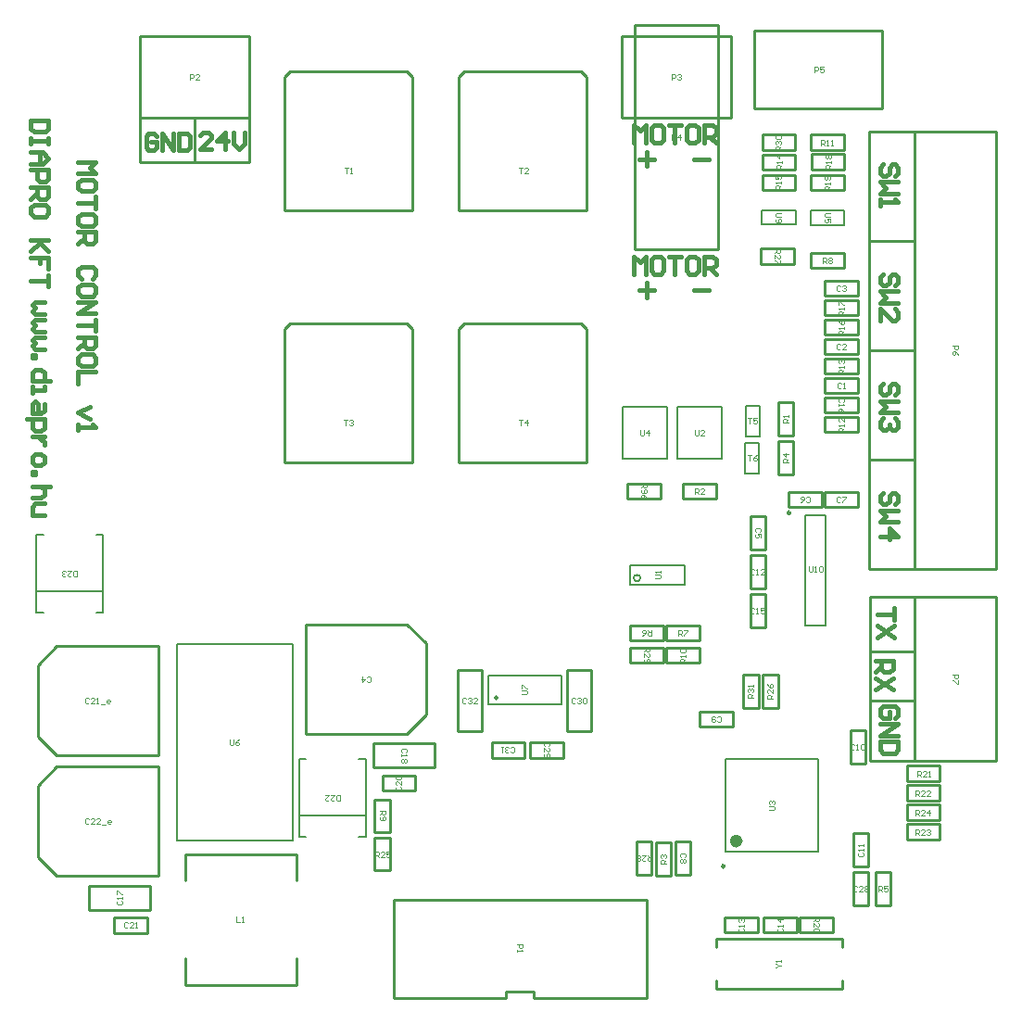
<source format=gto>
%FSTAX24Y24*%
%MOIN*%
G70*
G01*
G75*
G04 Layer_Color=65535*
%ADD10R,0.2200X0.0900*%
%ADD11R,0.0315X0.0374*%
%ADD12R,0.0551X0.1181*%
%ADD13R,0.3937X0.3937*%
%ADD14R,0.1575X0.2165*%
%ADD15R,0.0374X0.1004*%
%ADD16R,0.1299X0.1004*%
%ADD17R,0.0374X0.0315*%
%ADD18R,0.0630X0.0630*%
%ADD19R,0.0630X0.0630*%
%ADD20R,0.1575X0.0591*%
%ADD21R,0.1500X0.1100*%
%ADD22R,0.0394X0.1300*%
%ADD23R,0.4300X0.4500*%
%ADD24O,0.0236X0.0945*%
%ADD25R,0.0236X0.0945*%
%ADD26O,0.0709X0.0118*%
%ADD27O,0.0118X0.0709*%
G04:AMPARAMS|DCode=28|XSize=59.1mil|YSize=39.4mil|CornerRadius=0mil|HoleSize=0mil|Usage=FLASHONLY|Rotation=90.000|XOffset=0mil|YOffset=0mil|HoleType=Round|Shape=Octagon|*
%AMOCTAGOND28*
4,1,8,0.0098,0.0295,-0.0098,0.0295,-0.0197,0.0197,-0.0197,-0.0197,-0.0098,-0.0295,0.0098,-0.0295,0.0197,-0.0197,0.0197,0.0197,0.0098,0.0295,0.0*
%
%ADD28OCTAGOND28*%

%ADD29R,0.0394X0.0591*%
%ADD30R,0.0472X0.0256*%
G04:AMPARAMS|DCode=31|XSize=21.7mil|YSize=47.2mil|CornerRadius=0mil|HoleSize=0mil|Usage=FLASHONLY|Rotation=0.000|XOffset=0mil|YOffset=0mil|HoleType=Round|Shape=Octagon|*
%AMOCTAGOND31*
4,1,8,-0.0054,0.0236,0.0054,0.0236,0.0108,0.0182,0.0108,-0.0182,0.0054,-0.0236,-0.0054,-0.0236,-0.0108,-0.0182,-0.0108,0.0182,-0.0054,0.0236,0.0*
%
%ADD31OCTAGOND31*%

%ADD32R,0.0217X0.0472*%
%ADD33R,0.0866X0.0236*%
%ADD34O,0.0866X0.0236*%
%ADD35C,0.0100*%
%ADD36C,0.0200*%
%ADD37C,0.0550*%
%ADD38C,0.0600*%
%ADD39C,0.0250*%
%ADD40C,0.0300*%
%ADD41C,0.0400*%
%ADD42C,0.2362*%
%ADD43C,0.0984*%
%ADD44R,0.0551X0.0551*%
%ADD45C,0.0551*%
%ADD46C,0.1181*%
%ADD47C,0.0700*%
%ADD48C,0.0320*%
%ADD49C,0.0500*%
%ADD50C,0.0098*%
%ADD51C,0.0079*%
%ADD52C,0.0236*%
%ADD53C,0.0050*%
%ADD54C,0.0040*%
%ADD55C,0.0157*%
D35*
X017323Y046555D02*
X02126D01*
X017323D02*
Y04813D01*
X019291Y046555D02*
Y04813D01*
X02126Y046555D02*
Y04813D01*
X043602Y025D02*
Y030906D01*
Y027165D02*
X045177D01*
X043602Y025D02*
X045177D01*
X043602Y028937D02*
X045177D01*
X043602Y030906D02*
X045177D01*
X044743Y035827D02*
X045137D01*
X043562Y03189D02*
X045137D01*
X043562Y039764D02*
X045177D01*
X043562Y047638D02*
X045137D01*
X043562Y043701D02*
X045137D01*
X043562Y03189D02*
Y047638D01*
Y035827D02*
X044743D01*
X038046Y0183D02*
Y0186D01*
Y0168D02*
Y0171D01*
X042596Y0168D02*
Y0171D01*
Y0183D02*
Y0186D01*
X038046Y0168D02*
X042596D01*
X038046Y0186D02*
X042596D01*
X041059Y018824D02*
Y019376D01*
Y018824D02*
X042241D01*
Y019376D01*
X041059D02*
X042241D01*
X039759Y018824D02*
X040941D01*
X039759D02*
Y019376D01*
X040941D01*
Y018824D02*
Y019376D01*
X038359Y018824D02*
X039541D01*
X038359D02*
Y019376D01*
X039541D01*
Y018824D02*
Y019376D01*
X022956Y020691D02*
Y021291D01*
X018956Y020691D02*
Y021291D01*
Y016941D02*
Y017891D01*
X022956Y016941D02*
Y017891D01*
X018956Y021654D02*
X022956D01*
X018956Y016929D02*
X022956D01*
X018956Y020691D02*
Y021641D01*
X022956Y020691D02*
Y021641D01*
X025767Y021063D02*
X026318D01*
Y022244D01*
X025767D02*
X026318D01*
X025767Y021063D02*
Y022244D01*
Y023622D02*
X026318D01*
X025767Y022441D02*
Y023622D01*
Y022441D02*
X026318D01*
Y023622D01*
X028759Y026063D02*
X029625D01*
Y028268D01*
X028759D02*
X029625D01*
X028759Y026063D02*
Y028268D01*
X029979Y025118D02*
X03116D01*
X029979D02*
Y025669D01*
X03116D01*
Y025118D02*
Y025669D01*
X032696Y026063D02*
X033562D01*
Y028268D01*
X032696D02*
X033562D01*
X032696Y026063D02*
Y028268D01*
X031357Y025669D02*
X032538D01*
Y025118D02*
Y025669D01*
X031357Y025118D02*
X032538D01*
X031357D02*
Y025669D01*
X016396Y01937D02*
X017578D01*
Y018819D02*
Y01937D01*
X016396Y018819D02*
X017578D01*
X016396D02*
Y01937D01*
X026042Y023937D02*
X027223D01*
X026042D02*
Y024488D01*
X027223D01*
Y023937D02*
Y024488D01*
X025727Y02563D02*
X027932D01*
Y024764D02*
Y02563D01*
X025727Y024764D02*
X027932D01*
X025727D02*
Y02563D01*
X015491Y019646D02*
X017696D01*
X015491D02*
Y020512D01*
X017696D01*
Y019646D02*
Y020512D01*
X026928Y025984D02*
X027617Y026673D01*
X023286Y025984D02*
X026928D01*
X023286Y029921D02*
X026928D01*
X027617Y029232D01*
Y026673D02*
Y029232D01*
X023286Y025984D02*
Y029921D01*
X013641Y024114D02*
X01433Y024803D01*
X017971D01*
X01433Y020866D02*
X017971D01*
X013641Y021555D02*
X01433Y020866D01*
X013641Y021555D02*
Y024114D01*
X017971Y020866D02*
Y024803D01*
X036574Y022091D02*
X037126D01*
X036574Y020909D02*
Y022091D01*
Y020909D02*
X037126D01*
Y022091D01*
X038641Y026224D02*
Y026776D01*
X037459D02*
X038641D01*
X037459Y026224D02*
Y026776D01*
Y026224D02*
X038641D01*
X042874Y024909D02*
X043426D01*
Y026091D01*
X042874D02*
X043426D01*
X042874Y024909D02*
Y026091D01*
X042974Y021209D02*
X043526D01*
Y022391D01*
X042974D02*
X043526D01*
X042974Y021209D02*
Y022391D01*
Y019809D02*
X043526D01*
Y020991D01*
X042974D02*
X043526D01*
X042974Y019809D02*
Y020991D01*
X036259Y029876D02*
X037441D01*
Y029324D02*
Y029876D01*
X036259Y029324D02*
X037441D01*
X036259D02*
Y029876D01*
X043774Y019809D02*
Y020991D01*
X044326D01*
Y019809D02*
Y020991D01*
X043774Y019809D02*
X044326D01*
X022503Y044807D02*
X027103D01*
X022503D02*
Y049607D01*
X022703Y049807D01*
X027103Y044807D02*
Y049607D01*
X026903Y049807D02*
X027103Y049607D01*
X022703Y049807D02*
X026903D01*
X028802Y044807D02*
X033402D01*
X028802D02*
Y049607D01*
X029002Y049807D01*
X033402Y044807D02*
Y049607D01*
X033202Y049807D02*
X033402Y049607D01*
X029002Y049807D02*
X033202D01*
X022503Y035752D02*
X027103D01*
X022503D02*
Y040552D01*
X022703Y040752D01*
X027103Y035752D02*
Y040552D01*
X026903Y040752D02*
X027103Y040552D01*
X022703Y040752D02*
X026903D01*
X028802Y035752D02*
X033402D01*
X028802D02*
Y040552D01*
X029002Y040752D01*
X033402Y035752D02*
Y040552D01*
X033202Y040752D02*
X033402Y040552D01*
X029002Y040752D02*
X033202D01*
X040274Y036709D02*
Y037891D01*
X040826D01*
Y036709D02*
Y037891D01*
X040274Y036709D02*
X040826D01*
X017323Y051083D02*
X02126D01*
Y04813D02*
Y051083D01*
X017323Y04813D02*
X02126D01*
X017323D02*
Y051083D01*
X034646D02*
X038583D01*
Y04813D02*
Y051083D01*
X034646Y04813D02*
X038583D01*
X034646D02*
Y051083D01*
X036859Y034976D02*
X038041D01*
Y034424D02*
Y034976D01*
X036859Y034424D02*
X038041D01*
X036859D02*
Y034976D01*
X035874Y020879D02*
Y022061D01*
X036426D01*
Y020879D02*
Y022061D01*
X035874Y020879D02*
X036426D01*
X040274Y035309D02*
Y036491D01*
X040826D01*
Y035309D02*
Y036491D01*
X040274Y035309D02*
X040826D01*
X034959Y029324D02*
X036141D01*
X034959D02*
Y029876D01*
X036141D01*
Y029324D02*
Y029876D01*
X035726Y020909D02*
Y022091D01*
X035174Y020909D02*
X035726D01*
X035174D02*
Y022091D01*
X035726D01*
X036259Y028524D02*
X037441D01*
X036259D02*
Y029076D01*
X037441D01*
Y028524D02*
Y029076D01*
X034859Y034976D02*
X036041D01*
Y034424D02*
Y034976D01*
X034859Y034424D02*
X036041D01*
X034859D02*
Y034976D01*
X041959Y038224D02*
Y038776D01*
Y038224D02*
X043141D01*
Y038776D01*
X041959D02*
X043141D01*
X041959Y039624D02*
Y040176D01*
Y039624D02*
X043141D01*
Y040176D01*
X041959D02*
X043141D01*
X041959Y041724D02*
Y042276D01*
Y041724D02*
X043141D01*
Y042276D01*
X041959D02*
X043141D01*
X041959Y037524D02*
Y038076D01*
Y037524D02*
X043141D01*
Y038076D01*
X041959D02*
X043141D01*
X044032Y048469D02*
Y051269D01*
X039432D02*
X044032D01*
X039432Y048469D02*
Y051269D01*
Y048469D02*
X044032D01*
X041459Y047526D02*
X042641D01*
Y046974D02*
Y047526D01*
X041459Y046974D02*
X042641D01*
X041459D02*
Y047526D01*
X041959Y036824D02*
X043141D01*
X041959D02*
Y037376D01*
X043141D01*
Y036824D02*
Y037376D01*
X041959Y038924D02*
X043141D01*
X041959D02*
Y039476D01*
X043141D01*
Y038924D02*
Y039476D01*
X039719Y046264D02*
X040901D01*
X039719D02*
Y046816D01*
X040901D01*
Y046264D02*
Y046816D01*
X039709Y045534D02*
X040891D01*
X039709D02*
Y046086D01*
X040891D01*
Y045534D02*
Y046086D01*
X041959Y040324D02*
X043141D01*
X041959D02*
Y040876D01*
X043141D01*
Y040324D02*
Y040876D01*
X041959Y041024D02*
X043141D01*
X041959D02*
Y041576D01*
X043141D01*
Y041024D02*
Y041576D01*
X041479Y046274D02*
X042661D01*
X041479D02*
Y046826D01*
X042661D01*
Y046274D02*
Y046826D01*
X041469Y045524D02*
X042651D01*
X041469D02*
Y046076D01*
X042651D01*
Y045524D02*
Y046076D01*
X039709Y046974D02*
X040891D01*
X039709D02*
Y047526D01*
X040891D01*
Y046974D02*
Y047526D01*
X041959Y034124D02*
Y034676D01*
Y034124D02*
X043141D01*
Y034676D01*
X041959D02*
X043141D01*
X045177Y047638D02*
X04813D01*
X045177Y03189D02*
Y047638D01*
Y03189D02*
X04813D01*
Y047638D01*
X035104Y051464D02*
X038124D01*
Y043414D02*
Y051464D01*
X035104Y043414D02*
X038124D01*
X035104D02*
Y051464D01*
X04813Y025D02*
Y030906D01*
X045177Y025D02*
X04813D01*
X045177D02*
Y030906D01*
X04813D01*
X017971Y025197D02*
Y029134D01*
X013641Y025886D02*
Y028445D01*
Y025886D02*
X01433Y025197D01*
X017971D01*
X01433Y029134D02*
X017971D01*
X013641Y028445D02*
X01433Y029134D01*
X039274Y033791D02*
X039826D01*
X039274Y032609D02*
Y033791D01*
Y032609D02*
X039826D01*
Y033791D01*
X041841Y034124D02*
Y034676D01*
X040659D02*
X041841D01*
X040659Y034124D02*
Y034676D01*
Y034124D02*
X041841D01*
X039274Y031209D02*
X039826D01*
Y032391D01*
X039274D02*
X039826D01*
X039274Y031209D02*
Y032391D01*
Y029809D02*
X039826D01*
Y030991D01*
X039274D02*
X039826D01*
X039274Y029809D02*
Y030991D01*
X041459Y043276D02*
X042641D01*
Y042724D02*
Y043276D01*
X041459Y042724D02*
X042641D01*
X041459D02*
Y043276D01*
X039659Y043426D02*
X040841D01*
Y042874D02*
Y043426D01*
X039659Y042874D02*
X040841D01*
X039659D02*
Y043426D01*
X034959Y029076D02*
X036141D01*
Y028524D02*
Y029076D01*
X034959Y028524D02*
X036141D01*
X034959D02*
Y029076D01*
X039024Y026909D02*
Y028091D01*
X039576D01*
Y026909D02*
Y028091D01*
X039024Y026909D02*
X039576D01*
X039724D02*
Y028091D01*
X040276D01*
Y026909D02*
Y028091D01*
X039724Y026909D02*
X040276D01*
X044909Y024826D02*
X046091D01*
Y024274D02*
Y024826D01*
X044909Y024274D02*
X046091D01*
X044909D02*
Y024826D01*
Y024126D02*
X046091D01*
Y023574D02*
Y024126D01*
X044909Y023574D02*
X046091D01*
X044909D02*
Y024126D01*
Y023426D02*
X046091D01*
Y022874D02*
Y023426D01*
X044909Y022874D02*
X046091D01*
X044909D02*
Y023426D01*
Y022726D02*
X046091D01*
Y022174D02*
Y022726D01*
X044909Y022174D02*
X046091D01*
X044909D02*
Y022726D01*
X031495Y016467D02*
X035545D01*
X031495D02*
Y016717D01*
X030495D02*
X031495D01*
X030495Y016467D02*
Y016717D01*
X026445Y016467D02*
X030495D01*
X026445D02*
Y020017D01*
X035545D01*
Y016467D02*
Y020017D01*
D50*
X030186Y027274D02*
G03*
X030186Y027274I-000049J0D01*
G01*
X038347Y021215D02*
G03*
X038347Y021215I-000049J0D01*
G01*
X04072Y033928D02*
G03*
X04072Y033928I-000049J0D01*
G01*
D51*
X03532Y031582D02*
G03*
X03532Y031582I-000118J0D01*
G01*
X022814Y022146D02*
Y029213D01*
X018641Y022146D02*
Y029213D01*
Y022146D02*
X022814D01*
X018641Y029213D02*
X022814D01*
X029841Y027047D02*
X032479D01*
X029841Y028071D02*
X032479D01*
X029841Y027047D02*
Y028071D01*
X032479Y027047D02*
Y028071D01*
X036934Y031346D02*
Y032054D01*
X034966Y031346D02*
Y032054D01*
X036934D01*
X034966Y031346D02*
X036934D01*
X041723Y021727D02*
Y025073D01*
X038377Y021727D02*
Y025073D01*
X041723D01*
X038377Y021727D02*
X041723D01*
X036669Y037741D02*
X038249D01*
Y035881D02*
Y037741D01*
X036669Y035881D02*
X038249D01*
X036669D02*
Y037741D01*
X034701Y037741D02*
X036281D01*
Y035881D02*
Y037741D01*
X034701Y035881D02*
X036281D01*
X034701D02*
Y037741D01*
X03912Y037782D02*
X03962D01*
X03912Y036679D02*
X03962D01*
X03912D02*
Y037782D01*
X03962Y036679D02*
Y037782D01*
X0391Y036451D02*
X0396D01*
X0391Y035349D02*
X0396D01*
X0391D02*
Y036451D01*
X0396Y035349D02*
Y036451D01*
X042661Y044289D02*
Y04479D01*
X04144Y044289D02*
Y04479D01*
X042661D01*
X04144Y044289D02*
X042661D01*
X04091Y0443D02*
Y0448D01*
X03969Y0443D02*
Y0448D01*
X04091D01*
X03969Y0443D02*
X04091D01*
X041261Y030361D02*
Y033833D01*
X041995Y029861D02*
Y033833D01*
X041261D02*
X041995D01*
X041261Y029861D02*
X041995D01*
X041261D02*
Y033333D01*
D52*
X038889Y02212D02*
G03*
X038889Y02212I-000118J0D01*
G01*
D53*
X013592Y031103D02*
X015992D01*
X015742Y030353D02*
X015992D01*
Y033153D01*
X015742D02*
X015992D01*
X013592D02*
X013842D01*
X013592Y030353D02*
Y033153D01*
Y030353D02*
X013842D01*
X02304Y023032D02*
X02544D01*
X02519Y022282D02*
X02544D01*
Y025082D01*
X02519D02*
X02544D01*
X02304D02*
X02329D01*
X02304Y022282D02*
Y025082D01*
Y022282D02*
X02329D01*
D54*
X03089Y0184D02*
X03109D01*
Y0183D01*
X031057Y018267D01*
X03099D01*
X030957Y0183D01*
Y0184D01*
X03089Y0182D02*
Y018133D01*
Y018167D01*
X03109D01*
X031057Y0182D01*
X04523Y02235D02*
Y02255D01*
X04533D01*
X045363Y022517D01*
Y02245D01*
X04533Y022417D01*
X04523D01*
X045297D02*
X045363Y02235D01*
X045563D02*
X04543D01*
X045563Y022483D01*
Y022517D01*
X04553Y02255D01*
X045463D01*
X04543Y022517D01*
X04563D02*
X045663Y02255D01*
X04573D01*
X045763Y022517D01*
Y022483D01*
X04573Y02245D01*
X045697D01*
X04573D01*
X045763Y022417D01*
Y022383D01*
X04573Y02235D01*
X045663D01*
X04563Y022383D01*
X04523Y02305D02*
Y02325D01*
X04533D01*
X045363Y023217D01*
Y02315D01*
X04533Y023117D01*
X04523D01*
X045297D02*
X045363Y02305D01*
X045563D02*
X04543D01*
X045563Y023183D01*
Y023217D01*
X04553Y02325D01*
X045463D01*
X04543Y023217D01*
X04573Y02305D02*
Y02325D01*
X04563Y02315D01*
X045763D01*
X04523Y02375D02*
Y02395D01*
X04533D01*
X045363Y023917D01*
Y02385D01*
X04533Y023817D01*
X04523D01*
X045297D02*
X045363Y02375D01*
X045563D02*
X04543D01*
X045563Y023883D01*
Y023917D01*
X04553Y02395D01*
X045463D01*
X04543Y023917D01*
X045763Y02375D02*
X04563D01*
X045763Y023883D01*
Y023917D01*
X04573Y02395D01*
X045663D01*
X04563Y023917D01*
X04527Y02445D02*
Y02465D01*
X04537D01*
X045403Y024617D01*
Y02455D01*
X04537Y024517D01*
X04527D01*
X045337D02*
X045403Y02445D01*
X045603D02*
X04547D01*
X045603Y024583D01*
Y024617D01*
X04557Y02465D01*
X045503D01*
X04547Y024617D01*
X04567Y02445D02*
X045737D01*
X045703D01*
Y02465D01*
X04567Y024617D01*
X0401Y02723D02*
X0399D01*
Y02733D01*
X039933Y027363D01*
X04D01*
X040033Y02733D01*
Y02723D01*
Y027297D02*
X0401Y027363D01*
Y027563D02*
Y02743D01*
X039967Y027563D01*
X039933D01*
X0399Y02753D01*
Y027463D01*
X039933Y02743D01*
X0399Y027763D02*
X039933Y027697D01*
X04Y02763D01*
X040067D01*
X0401Y027663D01*
Y02773D01*
X040067Y027763D01*
X040033D01*
X04Y02773D01*
Y02763D01*
X0394Y02727D02*
X0392D01*
Y02737D01*
X039233Y027403D01*
X0393D01*
X039333Y02737D01*
Y02727D01*
Y027337D02*
X0394Y027403D01*
X039233Y02747D02*
X0392Y027503D01*
Y02757D01*
X039233Y027603D01*
X039267D01*
X0393Y02757D01*
Y027537D01*
Y02757D01*
X039333Y027603D01*
X039367D01*
X0394Y02757D01*
Y027503D01*
X039367Y02747D01*
X0394Y02767D02*
Y027737D01*
Y027703D01*
X0392D01*
X039233Y02767D01*
X03545Y02907D02*
X03565D01*
Y02897D01*
X035617Y028937D01*
X03555D01*
X035517Y02897D01*
Y02907D01*
Y029003D02*
X03545Y028937D01*
Y028737D02*
Y02887D01*
X035583Y028737D01*
X035617D01*
X03565Y02877D01*
Y028837D01*
X035617Y02887D01*
X035483Y02867D02*
X03545Y028637D01*
Y02857D01*
X035483Y028537D01*
X035617D01*
X03565Y02857D01*
Y028637D01*
X035617Y02867D01*
X035583D01*
X03555Y028637D01*
Y028537D01*
X04015Y04342D02*
X04035D01*
Y04332D01*
X040317Y043287D01*
X04025D01*
X040217Y04332D01*
Y04342D01*
Y043353D02*
X04015Y043287D01*
Y043087D02*
Y04322D01*
X040283Y043087D01*
X040317D01*
X04035Y04312D01*
Y043187D01*
X040317Y04322D01*
X04035Y04302D02*
Y042887D01*
X040317D01*
X040183Y04302D01*
X04015D01*
X04188Y0429D02*
Y0431D01*
X04198D01*
X042013Y043067D01*
Y043D01*
X04198Y042967D01*
X04188D01*
X041947D02*
X042013Y0429D01*
X04208Y043067D02*
X042113Y0431D01*
X04218D01*
X042213Y043067D01*
Y043033D01*
X04218Y043D01*
X042213Y042967D01*
Y042933D01*
X04218Y0429D01*
X042113D01*
X04208Y042933D01*
Y042967D01*
X042113Y043D01*
X04208Y043033D01*
Y043067D01*
X042113Y043D02*
X04218D01*
X039433Y030467D02*
X0394Y0305D01*
X039333D01*
X0393Y030467D01*
Y030333D01*
X039333Y0303D01*
X0394D01*
X039433Y030333D01*
X0395Y0303D02*
X039567D01*
X039533D01*
Y0305D01*
X0395Y030467D01*
X0398Y0305D02*
X039667D01*
Y0304D01*
X039733Y030433D01*
X039767D01*
X0398Y0304D01*
Y030333D01*
X039767Y0303D01*
X0397D01*
X039667Y030333D01*
X039433Y031867D02*
X0394Y0319D01*
X039333D01*
X0393Y031867D01*
Y031733D01*
X039333Y0317D01*
X0394D01*
X039433Y031733D01*
X0395Y0317D02*
X039567D01*
X039533D01*
Y0319D01*
X0395Y031867D01*
X0398Y0317D02*
X039667D01*
X0398Y031833D01*
Y031867D01*
X039767Y0319D01*
X0397D01*
X039667Y031867D01*
X041287Y034333D02*
X04132Y0343D01*
X041387D01*
X04142Y034333D01*
Y034467D01*
X041387Y0345D01*
X04132D01*
X041287Y034467D01*
X041087Y0343D02*
X041153Y034333D01*
X04122Y0344D01*
Y034467D01*
X041187Y0345D01*
X04112D01*
X041087Y034467D01*
Y034433D01*
X04112Y0344D01*
X04122D01*
X039617Y033237D02*
X03965Y03327D01*
Y033337D01*
X039617Y03337D01*
X039483D01*
X03945Y033337D01*
Y03327D01*
X039483Y033237D01*
X03965Y033037D02*
Y03317D01*
X03955D01*
X039583Y033103D01*
Y03307D01*
X03955Y033037D01*
X039483D01*
X03945Y03307D01*
Y033137D01*
X039483Y03317D01*
X015493Y027247D02*
X01546Y02728D01*
X015393D01*
X01536Y027247D01*
Y027113D01*
X015393Y02708D01*
X01546D01*
X015493Y027113D01*
X015693Y02708D02*
X01556D01*
X015693Y027213D01*
Y027247D01*
X01566Y02728D01*
X015593D01*
X01556Y027247D01*
X01576Y02708D02*
X015827D01*
X015793D01*
Y02728D01*
X01576Y027247D01*
X015926Y027047D02*
X01606D01*
X016226Y02708D02*
X01616D01*
X016126Y027113D01*
Y02718D01*
X01616Y027213D01*
X016226D01*
X01626Y02718D01*
Y027147D01*
X016126D01*
X04655Y02812D02*
X04675D01*
Y02802D01*
X046717Y027987D01*
X04665D01*
X046617Y02802D01*
Y02812D01*
X04675Y02792D02*
Y027787D01*
X046717D01*
X046583Y02792D01*
X04655D01*
X03645Y04734D02*
Y04754D01*
X03655D01*
X036583Y047507D01*
Y04744D01*
X03655Y047407D01*
X03645D01*
X03675Y04734D02*
Y04754D01*
X03665Y04744D01*
X036783D01*
X04655Y03993D02*
X04675D01*
Y03983D01*
X046717Y039797D01*
X04665D01*
X046617Y03983D01*
Y03993D01*
X04675Y039597D02*
X046717Y039663D01*
X04665Y03973D01*
X046583D01*
X04655Y039697D01*
Y03963D01*
X046583Y039597D01*
X046617D01*
X04665Y03963D01*
Y03973D01*
X04137Y03202D02*
Y031853D01*
X041403Y03182D01*
X04147D01*
X041503Y031853D01*
Y03202D01*
X04157Y03182D02*
X041637D01*
X041603D01*
Y03202D01*
X04157Y031987D01*
X041737D02*
X04177Y03202D01*
X041837D01*
X04187Y031987D01*
Y031853D01*
X041837Y03182D01*
X04177D01*
X041737Y031853D01*
Y031987D01*
X042513Y034467D02*
X04248Y0345D01*
X042413D01*
X04238Y034467D01*
Y034333D01*
X042413Y0343D01*
X04248D01*
X042513Y034333D01*
X04258Y0345D02*
X042713D01*
Y034467D01*
X04258Y034333D01*
Y0343D01*
X0404Y04472D02*
X040233D01*
X0402Y044687D01*
Y04462D01*
X040233Y044587D01*
X0404D01*
X040233Y04452D02*
X0402Y044487D01*
Y04442D01*
X040233Y044387D01*
X040367D01*
X0404Y04442D01*
Y044487D01*
X040367Y04452D01*
X040333D01*
X0403Y044487D01*
Y044387D01*
X04215Y04471D02*
X041983D01*
X04195Y044677D01*
Y04461D01*
X041983Y044577D01*
X04215D01*
Y044377D02*
Y04451D01*
X04205D01*
X042083Y044443D01*
Y04441D01*
X04205Y044377D01*
X041983D01*
X04195Y04441D01*
Y044477D01*
X041983Y04451D01*
X0404Y04698D02*
X0402D01*
Y04708D01*
X040233Y047113D01*
X0403D01*
X040333Y04708D01*
Y04698D01*
Y047047D02*
X0404Y047113D01*
X040233Y04718D02*
X0402Y047213D01*
Y04728D01*
X040233Y047313D01*
X040267D01*
X0403Y04728D01*
Y047247D01*
Y04728D01*
X040333Y047313D01*
X040367D01*
X0404Y04728D01*
Y047213D01*
X040367Y04718D01*
X040233Y04738D02*
X0402Y047413D01*
Y04748D01*
X040233Y047513D01*
X040367D01*
X0404Y04748D01*
Y047413D01*
X040367Y04738D01*
X040233D01*
X04216Y04555D02*
X04196D01*
Y04565D01*
X041993Y045683D01*
X04206D01*
X042093Y04565D01*
Y04555D01*
Y045617D02*
X04216Y045683D01*
Y04575D02*
Y045817D01*
Y045783D01*
X04196D01*
X041993Y04575D01*
X042127Y045917D02*
X04216Y04595D01*
Y046017D01*
X042127Y04605D01*
X041993D01*
X04196Y046017D01*
Y04595D01*
X041993Y045917D01*
X042027D01*
X04206Y04595D01*
Y04605D01*
X04217Y0463D02*
X04197D01*
Y0464D01*
X042003Y046433D01*
X04207D01*
X042103Y0464D01*
Y0463D01*
Y046367D02*
X04217Y046433D01*
Y0465D02*
Y046567D01*
Y046533D01*
X04197D01*
X042003Y0465D01*
Y046667D02*
X04197Y0467D01*
Y046767D01*
X042003Y0468D01*
X042037D01*
X04207Y046767D01*
X042103Y0468D01*
X042137D01*
X04217Y046767D01*
Y0467D01*
X042137Y046667D01*
X042103D01*
X04207Y0467D01*
X042037Y046667D01*
X042003D01*
X04207Y0467D02*
Y046767D01*
X04265Y04105D02*
X04245D01*
Y04115D01*
X042483Y041183D01*
X04255D01*
X042583Y04115D01*
Y04105D01*
Y041117D02*
X04265Y041183D01*
Y04125D02*
Y041317D01*
Y041283D01*
X04245D01*
X042483Y04125D01*
X04245Y041417D02*
Y04155D01*
X042483D01*
X042617Y041417D01*
X04265D01*
Y04035D02*
X04245D01*
Y04045D01*
X042483Y040483D01*
X04255D01*
X042583Y04045D01*
Y04035D01*
Y040417D02*
X04265Y040483D01*
Y04055D02*
Y040617D01*
Y040583D01*
X04245D01*
X042483Y04055D01*
X04245Y04085D02*
X042483Y040783D01*
X04255Y040717D01*
X042617D01*
X04265Y04075D01*
Y040817D01*
X042617Y04085D01*
X042583D01*
X04255Y040817D01*
Y040717D01*
X0404Y04556D02*
X0402D01*
Y04566D01*
X040233Y045693D01*
X0403D01*
X040333Y04566D01*
Y04556D01*
Y045627D02*
X0404Y045693D01*
Y04576D02*
Y045827D01*
Y045793D01*
X0402D01*
X040233Y04576D01*
X0402Y04606D02*
Y045927D01*
X0403D01*
X040267Y045993D01*
Y046027D01*
X0403Y04606D01*
X040367D01*
X0404Y046027D01*
Y04596D01*
X040367Y045927D01*
X04041Y04629D02*
X04021D01*
Y04639D01*
X040243Y046423D01*
X04031D01*
X040343Y04639D01*
Y04629D01*
Y046357D02*
X04041Y046423D01*
Y04649D02*
Y046557D01*
Y046523D01*
X04021D01*
X040243Y04649D01*
X04041Y046757D02*
X04021D01*
X04031Y046657D01*
Y04679D01*
X04265Y03895D02*
X04245D01*
Y03905D01*
X042483Y039083D01*
X04255D01*
X042583Y03905D01*
Y03895D01*
Y039017D02*
X04265Y039083D01*
Y03915D02*
Y039217D01*
Y039183D01*
X04245D01*
X042483Y03915D01*
Y039317D02*
X04245Y03935D01*
Y039417D01*
X042483Y03945D01*
X042517D01*
X04255Y039417D01*
Y039383D01*
Y039417D01*
X042583Y03945D01*
X042617D01*
X04265Y039417D01*
Y03935D01*
X042617Y039317D01*
X04265Y03685D02*
X04245D01*
Y03695D01*
X042483Y036983D01*
X04255D01*
X042583Y03695D01*
Y03685D01*
Y036917D02*
X04265Y036983D01*
Y03705D02*
Y037117D01*
Y037083D01*
X04245D01*
X042483Y03705D01*
X04265Y03735D02*
Y037217D01*
X042517Y03735D01*
X042483D01*
X04245Y037317D01*
Y03725D01*
X042483Y037217D01*
X04183Y04715D02*
Y04735D01*
X04193D01*
X041963Y047317D01*
Y04725D01*
X04193Y047217D01*
X04183D01*
X041897D02*
X041963Y04715D01*
X04203D02*
X042097D01*
X042063D01*
Y04735D01*
X04203Y047317D01*
X042197Y04715D02*
X042263D01*
X04223D01*
Y04735D01*
X042197Y047317D01*
X04157Y04977D02*
Y04997D01*
X04167D01*
X041703Y049937D01*
Y04987D01*
X04167Y049837D01*
X04157D01*
X041903Y04997D02*
X04177D01*
Y04987D01*
X041837Y049903D01*
X04187D01*
X041903Y04987D01*
Y049803D01*
X04187Y04977D01*
X041803D01*
X04177Y049803D01*
X042617Y037917D02*
X04265Y03795D01*
Y038017D01*
X042617Y03805D01*
X042483D01*
X04245Y038017D01*
Y03795D01*
X042483Y037917D01*
X04245Y03785D02*
Y037783D01*
Y037817D01*
X04265D01*
X042617Y03785D01*
X04265Y03755D02*
X042617Y037617D01*
X04255Y037683D01*
X042483D01*
X04245Y03765D01*
Y037583D01*
X042483Y03755D01*
X042517D01*
X04255Y037583D01*
Y037683D01*
X042513Y042067D02*
X04248Y0421D01*
X042413D01*
X04238Y042067D01*
Y041933D01*
X042413Y0419D01*
X04248D01*
X042513Y041933D01*
X04258Y042067D02*
X042613Y0421D01*
X04268D01*
X042713Y042067D01*
Y042033D01*
X04268Y042D01*
X042647D01*
X04268D01*
X042713Y041967D01*
Y041933D01*
X04268Y0419D01*
X042613D01*
X04258Y041933D01*
X042513Y039967D02*
X04248Y04D01*
X042413D01*
X04238Y039967D01*
Y039833D01*
X042413Y0398D01*
X04248D01*
X042513Y039833D01*
X042713Y0398D02*
X04258D01*
X042713Y039933D01*
Y039967D01*
X04268Y04D01*
X042613D01*
X04258Y039967D01*
X042553Y038567D02*
X04252Y0386D01*
X042453D01*
X04242Y038567D01*
Y038433D01*
X042453Y0384D01*
X04252D01*
X042553Y038433D01*
X04262Y0384D02*
X042687D01*
X042653D01*
Y0386D01*
X04262Y038567D01*
X03918Y036D02*
X039313D01*
X039247D01*
Y0358D01*
X039513Y036D02*
X039447Y035967D01*
X03938Y0359D01*
Y035833D01*
X039413Y0358D01*
X03948D01*
X039513Y035833D01*
Y035867D01*
X03948Y0359D01*
X03938D01*
X0392Y03733D02*
X039333D01*
X039267D01*
Y03713D01*
X039533Y03733D02*
X0394D01*
Y03723D01*
X039467Y037263D01*
X0395D01*
X039533Y03723D01*
Y037163D01*
X0395Y03713D01*
X039433D01*
X0394Y037163D01*
X03535Y03497D02*
X03555D01*
Y03487D01*
X035517Y034837D01*
X03545D01*
X035417Y03487D01*
Y03497D01*
Y034903D02*
X03535Y034837D01*
X035383Y03477D02*
X03535Y034737D01*
Y03467D01*
X035383Y034637D01*
X035517D01*
X03555Y03467D01*
Y034737D01*
X035517Y03477D01*
X035483D01*
X03545Y034737D01*
Y034637D01*
X03555Y034437D02*
X035517Y034503D01*
X03545Y03457D01*
X035383D01*
X03535Y034537D01*
Y03447D01*
X035383Y034437D01*
X035417D01*
X03545Y03447D01*
Y03457D01*
X03695Y02855D02*
X03675D01*
Y02865D01*
X036783Y028683D01*
X03685D01*
X036883Y02865D01*
Y02855D01*
Y028617D02*
X03695Y028683D01*
Y02875D02*
Y028817D01*
Y028783D01*
X03675D01*
X036783Y02875D01*
Y028917D02*
X03675Y02895D01*
Y029017D01*
X036783Y02905D01*
X036917D01*
X03695Y029017D01*
Y02895D01*
X036917Y028917D01*
X036783D01*
X03572Y0216D02*
Y0214D01*
X03562D01*
X035587Y021433D01*
Y0215D01*
X03562Y021533D01*
X03572D01*
X035653D02*
X035587Y0216D01*
X035387D02*
X03552D01*
X035387Y021467D01*
Y021433D01*
X03542Y0214D01*
X035487D01*
X03552Y021433D01*
X03532D02*
X035287Y0214D01*
X03522D01*
X035187Y021433D01*
Y021467D01*
X03522Y0215D01*
X035187Y021533D01*
Y021567D01*
X03522Y0216D01*
X035287D01*
X03532Y021567D01*
Y021533D01*
X035287Y0215D01*
X03532Y021467D01*
Y021433D01*
X035287Y0215D02*
X03522D01*
X03572Y0297D02*
Y0295D01*
X03562D01*
X035587Y029533D01*
Y0296D01*
X03562Y029633D01*
X03572D01*
X035653D02*
X035587Y0297D01*
X035387Y0295D02*
X035453Y029533D01*
X03552Y0296D01*
Y029667D01*
X035487Y0297D01*
X03542D01*
X035387Y029667D01*
Y029633D01*
X03542Y0296D01*
X03552D01*
X04065Y03573D02*
X04045D01*
Y03583D01*
X040483Y035863D01*
X04055D01*
X040583Y03583D01*
Y03573D01*
Y035797D02*
X04065Y035863D01*
Y03603D02*
X04045D01*
X04055Y03593D01*
Y036063D01*
X03625Y0213D02*
X03605D01*
Y0214D01*
X036083Y021433D01*
X03615D01*
X036183Y0214D01*
Y0213D01*
Y021367D02*
X03625Y021433D01*
X036083Y0215D02*
X03605Y021533D01*
Y0216D01*
X036083Y021633D01*
X036117D01*
X03615Y0216D01*
Y021567D01*
Y0216D01*
X036183Y021633D01*
X036217D01*
X03625Y0216D01*
Y021533D01*
X036217Y0215D01*
X03728Y0346D02*
Y0348D01*
X03738D01*
X037413Y034767D01*
Y0347D01*
X03738Y034667D01*
X03728D01*
X037347D02*
X037413Y0346D01*
X037613D02*
X03748D01*
X037613Y034733D01*
Y034767D01*
X03758Y0348D01*
X037513D01*
X03748Y034767D01*
X03645Y04951D02*
Y04971D01*
X03655D01*
X036583Y049677D01*
Y04961D01*
X03655Y049577D01*
X03645D01*
X03665Y049677D02*
X036683Y04971D01*
X03675D01*
X036783Y049677D01*
Y049643D01*
X03675Y04961D01*
X036717D01*
X03675D01*
X036783Y049577D01*
Y049543D01*
X03675Y04951D01*
X036683D01*
X03665Y049543D01*
X01912Y04951D02*
Y04971D01*
X01922D01*
X019253Y049677D01*
Y04961D01*
X01922Y049577D01*
X01912D01*
X019453Y04951D02*
X01932D01*
X019453Y049643D01*
Y049677D01*
X01942Y04971D01*
X019353D01*
X01932Y049677D01*
X04065Y03717D02*
X04045D01*
Y03727D01*
X040483Y037303D01*
X04055D01*
X040583Y03727D01*
Y03717D01*
Y037237D02*
X04065Y037303D01*
Y03737D02*
Y037437D01*
Y037403D01*
X04045D01*
X040483Y03737D01*
X03532Y03691D02*
Y036743D01*
X035353Y03671D01*
X03542D01*
X035453Y036743D01*
Y03691D01*
X03562Y03671D02*
Y03691D01*
X03552Y03681D01*
X035653D01*
X03729Y03691D02*
Y036743D01*
X037323Y03671D01*
X03739D01*
X037423Y036743D01*
Y03691D01*
X037623Y03671D02*
X03749D01*
X037623Y036843D01*
Y036877D01*
X03759Y03691D01*
X037523D01*
X03749Y036877D01*
X03094Y03728D02*
X031073D01*
X031007D01*
Y03708D01*
X03124D02*
Y03728D01*
X03114Y03718D01*
X031273D01*
X02464Y03728D02*
X024773D01*
X024707D01*
Y03708D01*
X02484Y037247D02*
X024873Y03728D01*
X02494D01*
X024973Y037247D01*
Y037213D01*
X02494Y03718D01*
X024907D01*
X02494D01*
X024973Y037147D01*
Y037113D01*
X02494Y03708D01*
X024873D01*
X02484Y037113D01*
X03094Y04634D02*
X031073D01*
X031007D01*
Y04614D01*
X031273D02*
X03114D01*
X031273Y046273D01*
Y046307D01*
X03124Y04634D01*
X031173D01*
X03114Y046307D01*
X03995Y02323D02*
X040117D01*
X04015Y023263D01*
Y02333D01*
X040117Y023363D01*
X03995D01*
X039983Y02343D02*
X03995Y023463D01*
Y02353D01*
X039983Y023563D01*
X040017D01*
X04005Y02353D01*
Y023497D01*
Y02353D01*
X040083Y023563D01*
X040117D01*
X04015Y02353D01*
Y023463D01*
X040117Y02343D01*
X03585Y03157D02*
X036017D01*
X03605Y031603D01*
Y03167D01*
X036017Y031703D01*
X03585D01*
X03605Y03177D02*
Y031837D01*
Y031803D01*
X03585D01*
X035883Y03177D01*
X02467Y04634D02*
X024803D01*
X024737D01*
Y04614D01*
X02487D02*
X024937D01*
X024903D01*
Y04634D01*
X02487Y046307D01*
X04388Y0203D02*
Y0205D01*
X04398D01*
X044013Y020467D01*
Y0204D01*
X04398Y020367D01*
X04388D01*
X043947D02*
X044013Y0203D01*
X044213Y0205D02*
X04408D01*
Y0204D01*
X044147Y020433D01*
X04418D01*
X044213Y0204D01*
Y020333D01*
X04418Y0203D01*
X044113D01*
X04408Y020333D01*
X03668Y0295D02*
Y0297D01*
X03678D01*
X036813Y029667D01*
Y0296D01*
X03678Y029567D01*
X03668D01*
X036747D02*
X036813Y0295D01*
X03688Y0297D02*
X037013D01*
Y029667D01*
X03688Y029533D01*
Y0295D01*
X043113Y020467D02*
X04308Y0205D01*
X043013D01*
X04298Y020467D01*
Y020333D01*
X043013Y0203D01*
X04308D01*
X043113Y020333D01*
X043313Y0203D02*
X04318D01*
X043313Y020433D01*
Y020467D01*
X04328Y0205D01*
X043213D01*
X04318Y020467D01*
X04338D02*
X043413Y0205D01*
X04348D01*
X043513Y020467D01*
Y020433D01*
X04348Y0204D01*
X043513Y020367D01*
Y020333D01*
X04348Y0203D01*
X043413D01*
X04338Y020333D01*
Y020367D01*
X043413Y0204D01*
X04338Y020433D01*
Y020467D01*
X043413Y0204D02*
X04348D01*
X043183Y021713D02*
X04315Y02168D01*
Y021613D01*
X043183Y02158D01*
X043317D01*
X04335Y021613D01*
Y02168D01*
X043317Y021713D01*
X04335Y02178D02*
Y021847D01*
Y021813D01*
X04315D01*
X043183Y02178D01*
X04335Y021947D02*
Y022013D01*
Y02198D01*
X04315D01*
X043183Y021947D01*
X043033Y025567D02*
X043Y0256D01*
X042933D01*
X0429Y025567D01*
Y025433D01*
X042933Y0254D01*
X043D01*
X043033Y025433D01*
X0431Y0254D02*
X043167D01*
X043133D01*
Y0256D01*
X0431Y025567D01*
X043267D02*
X0433Y0256D01*
X043367D01*
X0434Y025567D01*
Y025433D01*
X043367Y0254D01*
X0433D01*
X043267Y025433D01*
Y025567D01*
X038087Y026433D02*
X03812Y0264D01*
X038187D01*
X03822Y026433D01*
Y026567D01*
X038187Y0266D01*
X03812D01*
X038087Y026567D01*
X03802D02*
X037987Y0266D01*
X03792D01*
X037887Y026567D01*
Y026433D01*
X03792Y0264D01*
X037987D01*
X03802Y026433D01*
Y026467D01*
X037987Y0265D01*
X037887D01*
X036917Y021537D02*
X03695Y02157D01*
Y021637D01*
X036917Y02167D01*
X036783D01*
X03675Y021637D01*
Y02157D01*
X036783Y021537D01*
X036917Y02147D02*
X03695Y021437D01*
Y02137D01*
X036917Y021337D01*
X036883D01*
X03685Y02137D01*
X036817Y021337D01*
X036783D01*
X03675Y02137D01*
Y021437D01*
X036783Y02147D01*
X036817D01*
X03685Y021437D01*
X036883Y02147D01*
X036917D01*
X03685Y021437D02*
Y02137D01*
X015473Y022917D02*
X01544Y02295D01*
X015373D01*
X01534Y022917D01*
Y022783D01*
X015373Y02275D01*
X01544D01*
X015473Y022783D01*
X015673Y02275D02*
X01554D01*
X015673Y022883D01*
Y022917D01*
X01564Y02295D01*
X015573D01*
X01554Y022917D01*
X015873Y02275D02*
X01574D01*
X015873Y022883D01*
Y022917D01*
X01584Y02295D01*
X015773D01*
X01574Y022917D01*
X01594Y022717D02*
X016073D01*
X01624Y02275D02*
X016173D01*
X01614Y022783D01*
Y02285D01*
X016173Y022883D01*
X01624D01*
X016273Y02285D01*
Y022817D01*
X01614D01*
X02451Y02356D02*
Y02376D01*
X02441D01*
X024377Y023727D01*
Y023593D01*
X02441Y02356D01*
X02451D01*
X024177Y02376D02*
X02431D01*
X024177Y023627D01*
Y023593D01*
X02421Y02356D01*
X024277D01*
X02431Y023593D01*
X023977Y02376D02*
X02411D01*
X023977Y023627D01*
Y023593D01*
X02401Y02356D01*
X024077D01*
X02411Y023593D01*
X01506Y03163D02*
Y03183D01*
X01496D01*
X014927Y031797D01*
Y031663D01*
X01496Y03163D01*
X01506D01*
X014727Y03183D02*
X01486D01*
X014727Y031697D01*
Y031663D01*
X01476Y03163D01*
X014827D01*
X01486Y031663D01*
X01466D02*
X014627Y03163D01*
X01456D01*
X014527Y031663D01*
Y031697D01*
X01456Y03173D01*
X014593D01*
X01456D01*
X014527Y031763D01*
Y031797D01*
X01456Y03183D01*
X014627D01*
X01466Y031797D01*
X025487Y027883D02*
X02552Y02785D01*
X025587D01*
X02562Y027883D01*
Y028017D01*
X025587Y02805D01*
X02552D01*
X025487Y028017D01*
X02532Y02805D02*
Y02785D01*
X02542Y02795D01*
X025287D01*
X016523Y019963D02*
X01649Y01993D01*
Y019863D01*
X016523Y01983D01*
X016657D01*
X01669Y019863D01*
Y01993D01*
X016657Y019963D01*
X01669Y02003D02*
Y020097D01*
Y020063D01*
X01649D01*
X016523Y02003D01*
X01649Y020197D02*
Y02033D01*
X016523D01*
X016657Y020197D01*
X01669D01*
X026897Y025317D02*
X02693Y02535D01*
Y025417D01*
X026897Y02545D01*
X026763D01*
X02673Y025417D01*
Y02535D01*
X026763Y025317D01*
X02673Y02525D02*
Y025183D01*
Y025217D01*
X02693D01*
X026897Y02525D01*
Y025083D02*
X02693Y02505D01*
Y024983D01*
X026897Y02495D01*
X026863D01*
X02683Y024983D01*
X026797Y02495D01*
X026763D01*
X02673Y024983D01*
Y02505D01*
X026763Y025083D01*
X026797D01*
X02683Y02505D01*
X026863Y025083D01*
X026897D01*
X02683Y02505D02*
Y024983D01*
X026563Y024083D02*
X02653Y02405D01*
Y023983D01*
X026563Y02395D01*
X026697D01*
X02673Y023983D01*
Y02405D01*
X026697Y024083D01*
X02673Y024283D02*
Y02415D01*
X026597Y024283D01*
X026563D01*
X02653Y02425D01*
Y024183D01*
X026563Y02415D01*
Y02435D02*
X02653Y024383D01*
Y02445D01*
X026563Y024483D01*
X026697D01*
X02673Y02445D01*
Y024383D01*
X026697Y02435D01*
X026563D01*
X016883Y019157D02*
X01685Y01919D01*
X016783D01*
X01675Y019157D01*
Y019023D01*
X016783Y01899D01*
X01685D01*
X016883Y019023D01*
X017083Y01899D02*
X01695D01*
X017083Y019123D01*
Y019157D01*
X01705Y01919D01*
X016983D01*
X01695Y019157D01*
X01715Y01899D02*
X017217D01*
X017183D01*
Y01919D01*
X01715Y019157D01*
X032017Y025527D02*
X03205Y02556D01*
Y025627D01*
X032017Y02566D01*
X031883D01*
X03185Y025627D01*
Y02556D01*
X031883Y025527D01*
X03185Y025327D02*
Y02546D01*
X031983Y025327D01*
X032017D01*
X03205Y02536D01*
Y025427D01*
X032017Y02546D01*
X031883Y02526D02*
X03185Y025227D01*
Y02516D01*
X031883Y025127D01*
X032017D01*
X03205Y02516D01*
Y025227D01*
X032017Y02526D01*
X031983D01*
X03195Y025227D01*
Y025127D01*
X032993Y027237D02*
X03296Y02727D01*
X032893D01*
X03286Y027237D01*
Y027103D01*
X032893Y02707D01*
X03296D01*
X032993Y027103D01*
X03306Y027237D02*
X033093Y02727D01*
X03316D01*
X033193Y027237D01*
Y027203D01*
X03316Y02717D01*
X033127D01*
X03316D01*
X033193Y027137D01*
Y027103D01*
X03316Y02707D01*
X033093D01*
X03306Y027103D01*
X03326Y027237D02*
X033293Y02727D01*
X03336D01*
X033393Y027237D01*
Y027103D01*
X03336Y02707D01*
X033293D01*
X03326Y027103D01*
Y027237D01*
X030667Y025323D02*
X0307Y02529D01*
X030767D01*
X0308Y025323D01*
Y025457D01*
X030767Y02549D01*
X0307D01*
X030667Y025457D01*
X0306Y025323D02*
X030567Y02529D01*
X0305D01*
X030467Y025323D01*
Y025357D01*
X0305Y02539D01*
X030533D01*
X0305D01*
X030467Y025423D01*
Y025457D01*
X0305Y02549D01*
X030567D01*
X0306Y025457D01*
X0304Y02549D02*
X030333D01*
X030367D01*
Y02529D01*
X0304Y025323D01*
X029063Y027237D02*
X02903Y02727D01*
X028963D01*
X02893Y027237D01*
Y027103D01*
X028963Y02707D01*
X02903D01*
X029063Y027103D01*
X02913Y027237D02*
X029163Y02727D01*
X02923D01*
X029263Y027237D01*
Y027203D01*
X02923Y02717D01*
X029197D01*
X02923D01*
X029263Y027137D01*
Y027103D01*
X02923Y02707D01*
X029163D01*
X02913Y027103D01*
X029463Y02707D02*
X02933D01*
X029463Y027203D01*
Y027237D01*
X02943Y02727D01*
X029363D01*
X02933Y027237D01*
X02594Y0232D02*
X02614D01*
Y0231D01*
X026107Y023067D01*
X02604D01*
X026007Y0231D01*
Y0232D01*
Y023133D02*
X02594Y023067D01*
X025973Y023D02*
X02594Y022967D01*
Y0229D01*
X025973Y022867D01*
X026107D01*
X02614Y0229D01*
Y022967D01*
X026107Y023D01*
X026073D01*
X02604Y022967D01*
Y022867D01*
X02578Y02155D02*
Y02175D01*
X02588D01*
X025913Y021717D01*
Y02165D01*
X02588Y021617D01*
X02578D01*
X025847D02*
X025913Y02155D01*
X026113D02*
X02598D01*
X026113Y021683D01*
Y021717D01*
X02608Y02175D01*
X026013D01*
X02598Y021717D01*
X026313Y02175D02*
X02618D01*
Y02165D01*
X026247Y021683D01*
X02628D01*
X026313Y02165D01*
Y021583D01*
X02628Y02155D01*
X026213D01*
X02618Y021583D01*
X03106Y02739D02*
X031227D01*
X03126Y027423D01*
Y02749D01*
X031227Y027523D01*
X03106D01*
Y02759D02*
Y027723D01*
X031093D01*
X031227Y02759D01*
X03126D01*
X02079Y01941D02*
Y01921D01*
X020923D01*
X02099D02*
X021057D01*
X021023D01*
Y01941D01*
X02099Y019377D01*
X02056Y02578D02*
Y025613D01*
X020593Y02558D01*
X02066D01*
X020693Y025613D01*
Y02578D01*
X020893D02*
X020827Y025747D01*
X02076Y02568D01*
Y025613D01*
X020793Y02558D01*
X02086D01*
X020893Y025613D01*
Y025647D01*
X02086Y02568D01*
X02076D01*
X038883Y018983D02*
X03885Y01895D01*
Y018883D01*
X038883Y01885D01*
X039017D01*
X03905Y018883D01*
Y01895D01*
X039017Y018983D01*
X03905Y01905D02*
Y019117D01*
Y019083D01*
X03885D01*
X038883Y01905D01*
Y019217D02*
X03885Y01925D01*
Y019317D01*
X038883Y01935D01*
X038917D01*
X03895Y019317D01*
Y019283D01*
Y019317D01*
X038983Y01935D01*
X039017D01*
X03905Y019317D01*
Y01925D01*
X039017Y019217D01*
X040283Y018983D02*
X04025Y01895D01*
Y018883D01*
X040283Y01885D01*
X040417D01*
X04045Y018883D01*
Y01895D01*
X040417Y018983D01*
X04045Y01905D02*
Y019117D01*
Y019083D01*
X04025D01*
X040283Y01905D01*
X04045Y019317D02*
X04025D01*
X04035Y019217D01*
Y01935D01*
X04155Y01937D02*
X04175D01*
Y01927D01*
X041717Y019237D01*
X04165D01*
X041617Y01927D01*
Y01937D01*
Y019303D02*
X04155Y019237D01*
Y019037D02*
Y01917D01*
X041683Y019037D01*
X041717D01*
X04175Y01907D01*
Y019137D01*
X041717Y01917D01*
Y01897D02*
X04175Y018937D01*
Y01887D01*
X041717Y018837D01*
X041583D01*
X04155Y01887D01*
Y018937D01*
X041583Y01897D01*
X041717D01*
X04018Y01757D02*
X040213D01*
X04028Y017637D01*
X040213Y017703D01*
X04018D01*
X04028Y017637D02*
X04038D01*
Y01777D02*
Y017837D01*
Y017803D01*
X04018D01*
X040213Y01777D01*
D55*
X035294Y046653D02*
X035819D01*
X035556Y046916D02*
Y046391D01*
X037263Y046653D02*
X037787D01*
X037263Y041929D02*
X037787D01*
X035294D02*
X035819D01*
X035556Y042191D02*
Y041667D01*
X0151Y04655D02*
X01573D01*
X01552Y04634D01*
X01573Y04613D01*
X0151D01*
X01573Y045605D02*
Y045815D01*
X015625Y04592D01*
X015205D01*
X0151Y045815D01*
Y045605D01*
X015205Y0455D01*
X015625D01*
X01573Y045605D01*
Y045291D02*
Y044871D01*
Y045081D01*
X0151D01*
X01573Y044346D02*
Y044556D01*
X015625Y044661D01*
X015205D01*
X0151Y044556D01*
Y044346D01*
X015205Y044241D01*
X015625D01*
X01573Y044346D01*
X0151Y044031D02*
X01573D01*
Y043716D01*
X015625Y043611D01*
X015415D01*
X01531Y043716D01*
Y044031D01*
Y043821D02*
X0151Y043611D01*
X015625Y042352D02*
X01573Y042457D01*
Y042667D01*
X015625Y042772D01*
X015205D01*
X0151Y042667D01*
Y042457D01*
X015205Y042352D01*
X01573Y041827D02*
Y042037D01*
X015625Y042142D01*
X015205D01*
X0151Y042037D01*
Y041827D01*
X015205Y041722D01*
X015625D01*
X01573Y041827D01*
X0151Y041512D02*
X01573D01*
X0151Y041092D01*
X01573D01*
Y040883D02*
Y040463D01*
Y040673D01*
X0151D01*
Y040253D02*
X01573D01*
Y039938D01*
X015625Y039833D01*
X015415D01*
X01531Y039938D01*
Y040253D01*
Y040043D02*
X0151Y039833D01*
X01573Y039308D02*
Y039518D01*
X015625Y039623D01*
X015205D01*
X0151Y039518D01*
Y039308D01*
X015205Y039203D01*
X015625D01*
X01573Y039308D01*
Y038993D02*
X0151D01*
Y038574D01*
X01552Y037734D02*
X0151Y037524D01*
X01552Y037314D01*
X0151Y037104D02*
Y036894D01*
Y036999D01*
X01573D01*
X015625Y037104D01*
X01387Y0415D02*
X013555D01*
X01345Y041395D01*
X013555Y04129D01*
X01345Y041185D01*
X013555Y04108D01*
X01387D01*
Y04087D02*
X013555D01*
X01345Y040765D01*
X013555Y04066D01*
X01345Y040555D01*
X013555Y04045D01*
X01387D01*
Y040241D02*
X013555D01*
X01345Y040136D01*
X013555Y040031D01*
X01345Y039926D01*
X013555Y039821D01*
X01387D01*
X01345Y039611D02*
X013555D01*
Y039506D01*
X01345D01*
Y039611D01*
X01408Y038666D02*
X01345D01*
Y038981D01*
X013555Y039086D01*
X013765D01*
X01387Y038981D01*
Y038666D01*
X01345Y038456D02*
Y038246D01*
Y038351D01*
X01387D01*
Y038456D01*
Y037827D02*
Y037617D01*
X013765Y037512D01*
X01345D01*
Y037827D01*
X013555Y037932D01*
X01366Y037827D01*
Y037512D01*
X01324Y037302D02*
X01387D01*
Y036987D01*
X013765Y036882D01*
X013555D01*
X01345Y036987D01*
Y037302D01*
X01387Y036672D02*
X01345D01*
X01366D01*
X013765Y036567D01*
X01387Y036462D01*
Y036357D01*
X01345Y035938D02*
Y035728D01*
X013555Y035623D01*
X013765D01*
X01387Y035728D01*
Y035938D01*
X013765Y036042D01*
X013555D01*
X01345Y035938D01*
Y035413D02*
X013555D01*
Y035308D01*
X01345D01*
Y035413D01*
X01408Y034888D02*
X01345D01*
X013765D01*
X01387Y034783D01*
Y034573D01*
X013765Y034468D01*
X01345D01*
X01387Y034258D02*
X013555D01*
X01345Y034153D01*
Y033838D01*
X01387D01*
X01403Y04805D02*
X0134D01*
Y047735D01*
X013505Y04763D01*
X013925D01*
X01403Y047735D01*
Y04805D01*
Y04742D02*
Y04721D01*
Y047315D01*
X0134D01*
Y04742D01*
Y04721D01*
Y046896D02*
X01382D01*
X01403Y046686D01*
X01382Y046476D01*
X0134D01*
X013715D01*
Y046896D01*
X0134Y046266D02*
X01403D01*
Y045951D01*
X013925Y045846D01*
X013715D01*
X01361Y045951D01*
Y046266D01*
X0134Y045636D02*
X01403D01*
Y045321D01*
X013925Y045216D01*
X013715D01*
X01361Y045321D01*
Y045636D01*
Y045426D02*
X0134Y045216D01*
X01403Y044692D02*
Y044901D01*
X013925Y045006D01*
X013505D01*
X0134Y044901D01*
Y044692D01*
X013505Y044587D01*
X013925D01*
X01403Y044692D01*
Y043747D02*
X0134D01*
X01361D01*
X01403Y043327D01*
X013715Y043642D01*
X0134Y043327D01*
X01403Y042697D02*
Y043117D01*
X013715D01*
Y042907D01*
Y043117D01*
X0134D01*
X01403Y042488D02*
Y042068D01*
Y042278D01*
X0134D01*
X035097Y047244D02*
Y047874D01*
X035307Y047664D01*
X035517Y047874D01*
Y047244D01*
X036042Y047874D02*
X035832D01*
X035727Y047769D01*
Y047349D01*
X035832Y047244D01*
X036042D01*
X036147Y047349D01*
Y047769D01*
X036042Y047874D01*
X036357D02*
X036776D01*
X036567D01*
Y047244D01*
X037301Y047874D02*
X037091D01*
X036986Y047769D01*
Y047349D01*
X037091Y047244D01*
X037301D01*
X037406Y047349D01*
Y047769D01*
X037301Y047874D01*
X037616Y047244D02*
Y047874D01*
X037931D01*
X038036Y047769D01*
Y047559D01*
X037931Y047454D01*
X037616D01*
X037826D02*
X038036Y047244D01*
X035097Y04252D02*
Y043149D01*
X035307Y04294D01*
X035517Y043149D01*
Y04252D01*
X036042Y043149D02*
X035832D01*
X035727Y043044D01*
Y042625D01*
X035832Y04252D01*
X036042D01*
X036147Y042625D01*
Y043044D01*
X036042Y043149D01*
X036357D02*
X036776D01*
X036567D01*
Y04252D01*
X037301Y043149D02*
X037091D01*
X036986Y043044D01*
Y042625D01*
X037091Y04252D01*
X037301D01*
X037406Y042625D01*
Y043044D01*
X037301Y043149D01*
X037616Y04252D02*
Y043149D01*
X037931D01*
X038036Y043044D01*
Y042835D01*
X037931Y04273D01*
X037616D01*
X037826D02*
X038036Y04252D01*
X017929Y047477D02*
X017831Y047575D01*
X017634D01*
X017536Y047477D01*
Y047084D01*
X017634Y046985D01*
X017831D01*
X017929Y047084D01*
Y04728D01*
X017733D01*
X018126Y046985D02*
Y047575D01*
X01852Y046985D01*
Y047575D01*
X018717D02*
Y046985D01*
X019012D01*
X01911Y047084D01*
Y047477D01*
X019012Y047575D01*
X018717D01*
X019894Y047D02*
X0195D01*
X019894Y047394D01*
Y047492D01*
X019795Y04759D01*
X019598D01*
X0195Y047492D01*
X020386Y047D02*
Y04759D01*
X02009Y047295D01*
X020484D01*
X020681Y04759D02*
Y047197D01*
X020878Y047D01*
X021074Y047197D01*
Y04759D01*
X04448Y026549D02*
X044585Y026654D01*
Y026864D01*
X04448Y026969D01*
X04406D01*
X043956Y026864D01*
Y026654D01*
X04406Y026549D01*
X04427D01*
Y026759D01*
X043956Y026339D02*
X044585D01*
X043956Y025919D01*
X044585D01*
Y025709D02*
X043956D01*
Y025394D01*
X04406Y025289D01*
X04448D01*
X044585Y025394D01*
Y025709D01*
X043776Y028616D02*
X044405D01*
Y028301D01*
X0443Y028196D01*
X04409D01*
X043985Y028301D01*
Y028616D01*
Y028406D02*
X043776Y028196D01*
X044405Y027986D02*
X043776Y027566D01*
X044405D02*
X043776Y027986D01*
X044465Y030496D02*
Y030076D01*
Y030286D01*
X043836D01*
X044465Y029866D02*
X043836Y029446D01*
X044465D02*
X043836Y029866D01*
X04448Y034226D02*
X044585Y034331D01*
Y034541D01*
X04448Y034646D01*
X044375D01*
X04427Y034541D01*
Y034331D01*
X044165Y034226D01*
X04406D01*
X043956Y034331D01*
Y034541D01*
X04406Y034646D01*
X044585Y034016D02*
X043956D01*
X044165Y033806D01*
X043956Y033596D01*
X044585D01*
X043956Y033071D02*
X044585D01*
X04427Y033386D01*
Y032966D01*
X04448Y038163D02*
X044585Y038268D01*
Y038478D01*
X04448Y038583D01*
X044375D01*
X04427Y038478D01*
Y038268D01*
X044165Y038163D01*
X04406D01*
X043956Y038268D01*
Y038478D01*
X04406Y038583D01*
X044585Y037953D02*
X043956D01*
X044165Y037743D01*
X043956Y037533D01*
X044585D01*
X04448Y037323D02*
X044585Y037218D01*
Y037008D01*
X04448Y036903D01*
X044375D01*
X04427Y037008D01*
Y037113D01*
Y037008D01*
X044165Y036903D01*
X04406D01*
X043956Y037008D01*
Y037218D01*
X04406Y037323D01*
X04448Y0421D02*
X044585Y042205D01*
Y042415D01*
X04448Y04252D01*
X044375D01*
X04427Y042415D01*
Y042205D01*
X044165Y0421D01*
X04406D01*
X043956Y042205D01*
Y042415D01*
X04406Y04252D01*
X044585Y04189D02*
X043956D01*
X044165Y04168D01*
X043956Y04147D01*
X044585D01*
X043956Y04084D02*
Y04126D01*
X044375Y04084D01*
X04448D01*
X044585Y040945D01*
Y041155D01*
X04448Y04126D01*
Y046037D02*
X044585Y046142D01*
Y046352D01*
X04448Y046457D01*
X044375D01*
X04427Y046352D01*
Y046142D01*
X044165Y046037D01*
X04406D01*
X043956Y046142D01*
Y046352D01*
X04406Y046457D01*
X044585Y045827D02*
X043956D01*
X044165Y045617D01*
X043956Y045407D01*
X044585D01*
X043956Y045197D02*
Y044987D01*
Y045092D01*
X044585D01*
X04448Y045197D01*
M02*

</source>
